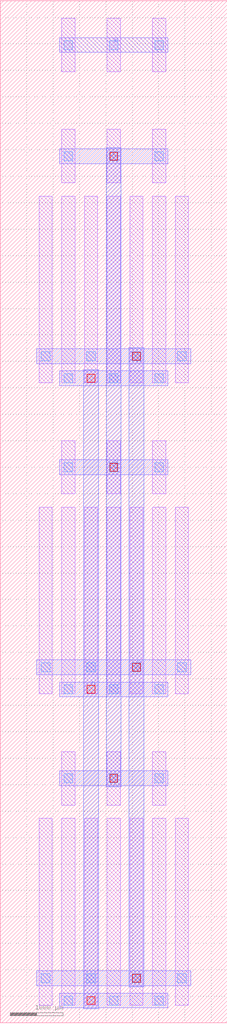
<source format=lef>
MACRO NMOS_4T_21307866_X3_Y3
  UNITS 
    DATABASE MICRONS UNITS 1000;
  END UNITS 
  ORIGIN 0 0 ;
  FOREIGN NMOS_4T_21307866_X3_Y3 0 0 ;
  SIZE 4300 BY 19320 ;
  PIN B
    DIRECTION INOUT ;
    USE SIGNAL ;
    PORT
      LAYER M2 ;
        RECT 1120 18340 3180 18620 ;
    END
  END B
  PIN D
    DIRECTION INOUT ;
    USE SIGNAL ;
    PORT
      LAYER M3 ;
        RECT 1580 260 1860 12340 ;
    END
  END D
  PIN G
    DIRECTION INOUT ;
    USE SIGNAL ;
    PORT
      LAYER M3 ;
        RECT 2010 4460 2290 16540 ;
    END
  END G
  PIN S
    DIRECTION INOUT ;
    USE SIGNAL ;
    PORT
      LAYER M3 ;
        RECT 2440 680 2720 12760 ;
    END
  END S
  OBS
    LAYER M1 ;
      RECT 1165 335 1415 3865 ;
    LAYER M1 ;
      RECT 1165 4115 1415 5125 ;
    LAYER M1 ;
      RECT 1165 6215 1415 9745 ;
    LAYER M1 ;
      RECT 1165 9995 1415 11005 ;
    LAYER M1 ;
      RECT 1165 12095 1415 15625 ;
    LAYER M1 ;
      RECT 1165 15875 1415 16885 ;
    LAYER M1 ;
      RECT 1165 17975 1415 18985 ;
    LAYER M1 ;
      RECT 735 335 985 3865 ;
    LAYER M1 ;
      RECT 735 6215 985 9745 ;
    LAYER M1 ;
      RECT 735 12095 985 15625 ;
    LAYER M1 ;
      RECT 1595 335 1845 3865 ;
    LAYER M1 ;
      RECT 1595 6215 1845 9745 ;
    LAYER M1 ;
      RECT 1595 12095 1845 15625 ;
    LAYER M1 ;
      RECT 2025 335 2275 3865 ;
    LAYER M1 ;
      RECT 2025 4115 2275 5125 ;
    LAYER M1 ;
      RECT 2025 6215 2275 9745 ;
    LAYER M1 ;
      RECT 2025 9995 2275 11005 ;
    LAYER M1 ;
      RECT 2025 12095 2275 15625 ;
    LAYER M1 ;
      RECT 2025 15875 2275 16885 ;
    LAYER M1 ;
      RECT 2025 17975 2275 18985 ;
    LAYER M1 ;
      RECT 2455 335 2705 3865 ;
    LAYER M1 ;
      RECT 2455 6215 2705 9745 ;
    LAYER M1 ;
      RECT 2455 12095 2705 15625 ;
    LAYER M1 ;
      RECT 2885 335 3135 3865 ;
    LAYER M1 ;
      RECT 2885 4115 3135 5125 ;
    LAYER M1 ;
      RECT 2885 6215 3135 9745 ;
    LAYER M1 ;
      RECT 2885 9995 3135 11005 ;
    LAYER M1 ;
      RECT 2885 12095 3135 15625 ;
    LAYER M1 ;
      RECT 2885 15875 3135 16885 ;
    LAYER M1 ;
      RECT 2885 17975 3135 18985 ;
    LAYER M1 ;
      RECT 3315 335 3565 3865 ;
    LAYER M1 ;
      RECT 3315 6215 3565 9745 ;
    LAYER M1 ;
      RECT 3315 12095 3565 15625 ;
    LAYER M2 ;
      RECT 1120 280 3180 560 ;
    LAYER M2 ;
      RECT 1120 4480 3180 4760 ;
    LAYER M2 ;
      RECT 690 700 3610 980 ;
    LAYER M2 ;
      RECT 1120 6160 3180 6440 ;
    LAYER M2 ;
      RECT 1120 10360 3180 10640 ;
    LAYER M2 ;
      RECT 690 6580 3610 6860 ;
    LAYER M2 ;
      RECT 1120 12040 3180 12320 ;
    LAYER M2 ;
      RECT 1120 16240 3180 16520 ;
    LAYER M2 ;
      RECT 690 12460 3610 12740 ;
    LAYER V1 ;
      RECT 2925 335 3095 505 ;
    LAYER V1 ;
      RECT 2925 4535 3095 4705 ;
    LAYER V1 ;
      RECT 2925 6215 3095 6385 ;
    LAYER V1 ;
      RECT 2925 10415 3095 10585 ;
    LAYER V1 ;
      RECT 2925 12095 3095 12265 ;
    LAYER V1 ;
      RECT 2925 16295 3095 16465 ;
    LAYER V1 ;
      RECT 2925 18395 3095 18565 ;
    LAYER V1 ;
      RECT 1205 335 1375 505 ;
    LAYER V1 ;
      RECT 1205 4535 1375 4705 ;
    LAYER V1 ;
      RECT 1205 6215 1375 6385 ;
    LAYER V1 ;
      RECT 1205 10415 1375 10585 ;
    LAYER V1 ;
      RECT 1205 12095 1375 12265 ;
    LAYER V1 ;
      RECT 1205 16295 1375 16465 ;
    LAYER V1 ;
      RECT 1205 18395 1375 18565 ;
    LAYER V1 ;
      RECT 2065 335 2235 505 ;
    LAYER V1 ;
      RECT 2065 4535 2235 4705 ;
    LAYER V1 ;
      RECT 2065 6215 2235 6385 ;
    LAYER V1 ;
      RECT 2065 10415 2235 10585 ;
    LAYER V1 ;
      RECT 2065 12095 2235 12265 ;
    LAYER V1 ;
      RECT 2065 16295 2235 16465 ;
    LAYER V1 ;
      RECT 2065 18395 2235 18565 ;
    LAYER V1 ;
      RECT 3355 755 3525 925 ;
    LAYER V1 ;
      RECT 3355 6635 3525 6805 ;
    LAYER V1 ;
      RECT 3355 12515 3525 12685 ;
    LAYER V1 ;
      RECT 775 755 945 925 ;
    LAYER V1 ;
      RECT 775 6635 945 6805 ;
    LAYER V1 ;
      RECT 775 12515 945 12685 ;
    LAYER V1 ;
      RECT 1635 755 1805 925 ;
    LAYER V1 ;
      RECT 1635 6635 1805 6805 ;
    LAYER V1 ;
      RECT 1635 12515 1805 12685 ;
    LAYER V1 ;
      RECT 2495 755 2665 925 ;
    LAYER V1 ;
      RECT 2495 6635 2665 6805 ;
    LAYER V1 ;
      RECT 2495 12515 2665 12685 ;
    LAYER V2 ;
      RECT 1645 345 1795 495 ;
    LAYER V2 ;
      RECT 1645 6225 1795 6375 ;
    LAYER V2 ;
      RECT 1645 12105 1795 12255 ;
    LAYER V2 ;
      RECT 2075 4545 2225 4695 ;
    LAYER V2 ;
      RECT 2075 10425 2225 10575 ;
    LAYER V2 ;
      RECT 2075 16305 2225 16455 ;
    LAYER V2 ;
      RECT 2505 765 2655 915 ;
    LAYER V2 ;
      RECT 2505 6645 2655 6795 ;
    LAYER V2 ;
      RECT 2505 12525 2655 12675 ;
  END
END NMOS_4T_21307866_X3_Y3

</source>
